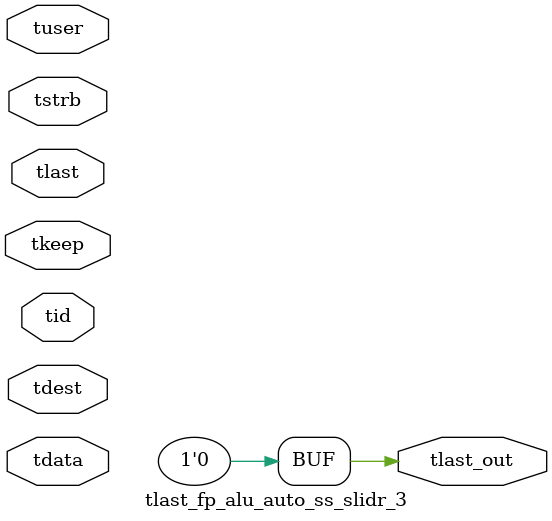
<source format=v>


`timescale 1ps/1ps

module tlast_fp_alu_auto_ss_slidr_3 #
(
parameter C_S_AXIS_TID_WIDTH   = 1,
parameter C_S_AXIS_TUSER_WIDTH = 0,
parameter C_S_AXIS_TDATA_WIDTH = 0,
parameter C_S_AXIS_TDEST_WIDTH = 0
)
(
input  [(C_S_AXIS_TID_WIDTH   == 0 ? 1 : C_S_AXIS_TID_WIDTH)-1:0       ] tid,
input  [(C_S_AXIS_TDATA_WIDTH == 0 ? 1 : C_S_AXIS_TDATA_WIDTH)-1:0     ] tdata,
input  [(C_S_AXIS_TUSER_WIDTH == 0 ? 1 : C_S_AXIS_TUSER_WIDTH)-1:0     ] tuser,
input  [(C_S_AXIS_TDEST_WIDTH == 0 ? 1 : C_S_AXIS_TDEST_WIDTH)-1:0     ] tdest,
input  [(C_S_AXIS_TDATA_WIDTH/8)-1:0 ] tkeep,
input  [(C_S_AXIS_TDATA_WIDTH/8)-1:0 ] tstrb,
input  [0:0]                                                             tlast,
output                                                                   tlast_out
);

assign tlast_out = {1'b0};

endmodule


</source>
